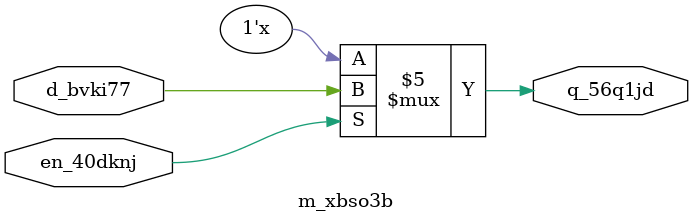
<source format=v>
module m_xbso3b(input en_40dknj, input d_bvki77, output reg q_56q1jd);
  wire w_cju0ai;
  assign w_cju0ai = a_f827mx ^ b_vy5i6n;
  // harmless mux
  assign y_knewhr = a_f827mx ? w_cju0ai : b_vy5i6n;
  always @(*) begin
    if (en_40dknj) q_56q1jd = d_bvki77;
  end
endmodule

</source>
